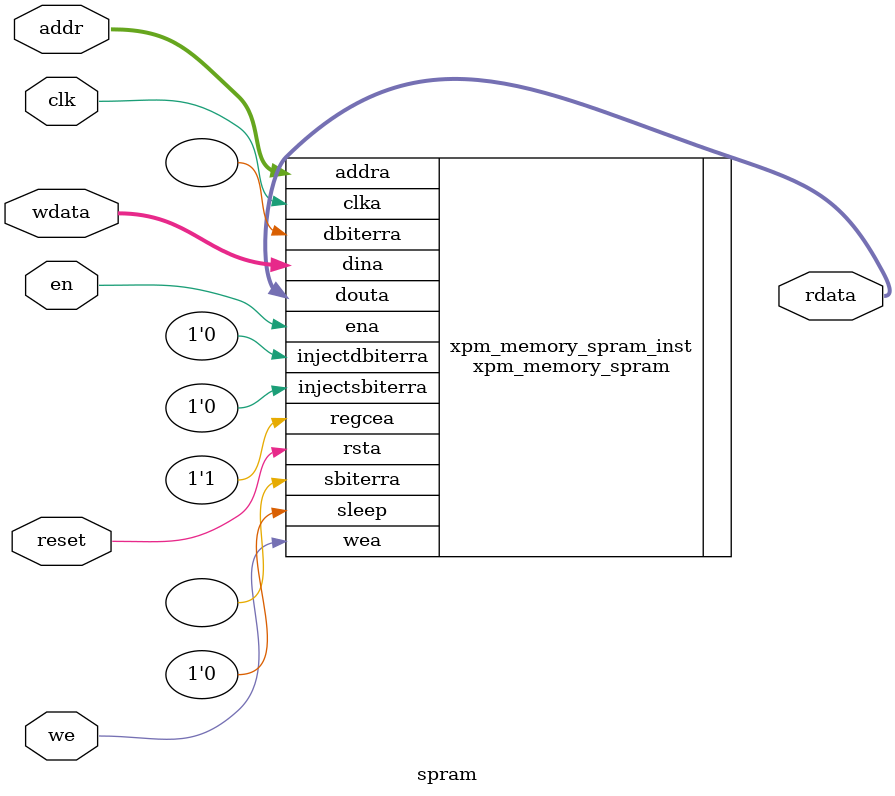
<source format=sv>
`timescale 1ns / 1ps


module spram #(
    parameter ADDR_WIDTH =  6,
    parameter DATA_WIDTH = 32,
    parameter WRITE_MODE = "write_first"
)(
    input   clk,
    input   reset,

    input   en,
    input   we,
    input   [ADDR_WIDTH - 1:0] addr,
    input   [DATA_WIDTH - 1:0] wdata,
    output  [DATA_WIDTH - 1:0] rdata
    );
    // xpm_memory_spram: Single Port RAM
    // Xilinx Parameterized Macro, version 2019.2


    xpm_memory_spram #(
        .ADDR_WIDTH_A(ADDR_WIDTH),              // DECIMAL
        .AUTO_SLEEP_TIME(0),                    // DECIMAL
        .BYTE_WRITE_WIDTH_A(DATA_WIDTH),        // DECIMAL
        .CASCADE_HEIGHT(0),                     // DECIMAL
        .ECC_MODE("no_ecc"),                    // String
        .MEMORY_INIT_FILE("none"),              // String
        .MEMORY_INIT_PARAM("0"),                // String
        .MEMORY_OPTIMIZATION("true"),           // String
        .MEMORY_PRIMITIVE("block"),             // String
        .MEMORY_SIZE(DATA_WIDTH << ADDR_WIDTH), // DECIMAL
        .MESSAGE_CONTROL(0),                    // DECIMAL
        .READ_DATA_WIDTH_A(DATA_WIDTH),         // DECIMAL
        .READ_LATENCY_A(1),                     // DECIMAL
        .READ_RESET_VALUE_A("0"),               // String
        .RST_MODE_A("SYNC"),                    // String
        .SIM_ASSERT_CHK(0),                     // DECIMAL; 0=disable simulation messages, 1=enable simulation messages
        .USE_MEM_INIT(1),                       // DECIMAL
        .WAKEUP_TIME("disable_sleep"),          // String
        .WRITE_DATA_WIDTH_A(DATA_WIDTH),        // DECIMAL
        .WRITE_MODE_A(WRITE_MODE)               // String
    )
    xpm_memory_spram_inst (
        .dbiterra(       ),             // 1-bit output: Status signal to indicate double bit error occurrence
                                        // on the data output of port A.

        .douta(rdata),                  // READ_DATA_WIDTH_A-bit output: Data output for port A read operations.
        .sbiterra(       ),             // 1-bit output: Status signal to indicate single bit error occurrence
                                        // on the data output of port A.

        .addra(addr),                   // ADDR_WIDTH_A-bit input: Address for port A write and read operations.
        .clka(clk),                     // 1-bit input: Clock signal for port A.
        .dina(wdata),                   // WRITE_DATA_WIDTH_A-bit input: Data input for port A write operations.
        .ena(en),                       // 1-bit input: Memory enable signal for port A. Must be high on clock
                                        // cycles when read or write operations are initiated. Pipelined
                                        // internally.

        .injectdbiterra(1'b0),          // 1-bit input: Controls double bit error injection on input data when
                                        // ECC enabled (Error injection capability is not available in
                                        // "decode_only" mode).

        .injectsbiterra(1'b0),          // 1-bit input: Controls single bit error injection on input data when
                                        // ECC enabled (Error injection capability is not available in
                                        // "decode_only" mode).

        .regcea(1'b1),                  // 1-bit input: Clock Enable for the last register stage on the output
                                        // data path.

        .rsta(reset),                   // 1-bit input: Reset signal for the final port A output register stage.
                                        // Synchronously resets output port douta to the value specified by
                                        // parameter READ_RESET_VALUE_A.

        .sleep(1'b0),                   // 1-bit input: sleep signal to enable the dynamic power saving feature.
        .wea(we)                        // WRITE_DATA_WIDTH_A/BYTE_WRITE_WIDTH_A-bit input: Write enable vector
                                        // for port A input data port dina. 1 bit wide when word-wide writes are
                                        // used. In byte-wide write configurations, each bit controls the
                                        // writing one byte of dina to address addra. For example, to
                                        // synchronously write only bits [15-8] of dina when WRITE_DATA_WIDTH_A
                                        // is 32, wea would be 4'b0010.

    );

    // End of xpm_memory_spram_inst instantiation          

endmodule
</source>
